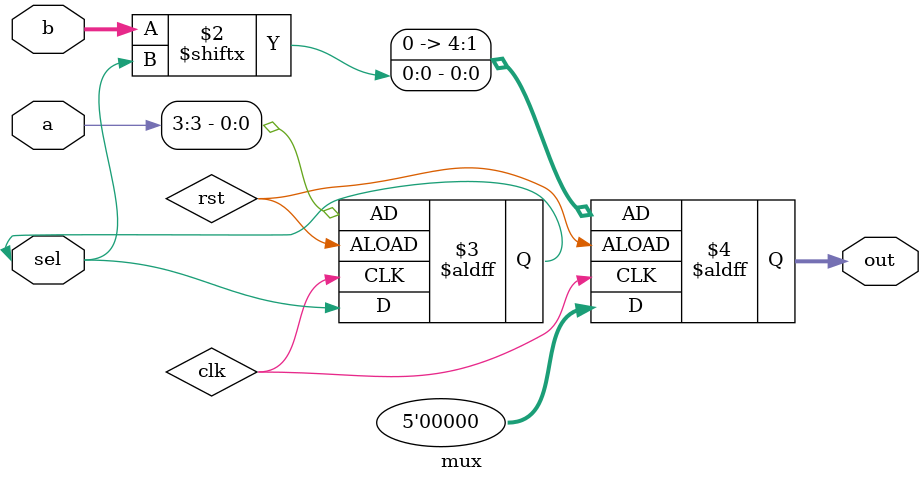
<source format=v>
module mux( 
input [4:0] a, b,
input sel,
output [4:0] out );
// When sel=0, assign a to out. 
// When sel=1, assign b to out.
always @(posedge clk or negedge rst) begin
  if (rst) begin
    out <= 0;
  end
  else begin
    sel <= a[3];
    out <= b[sel];
  end
end

endmodule

</source>
